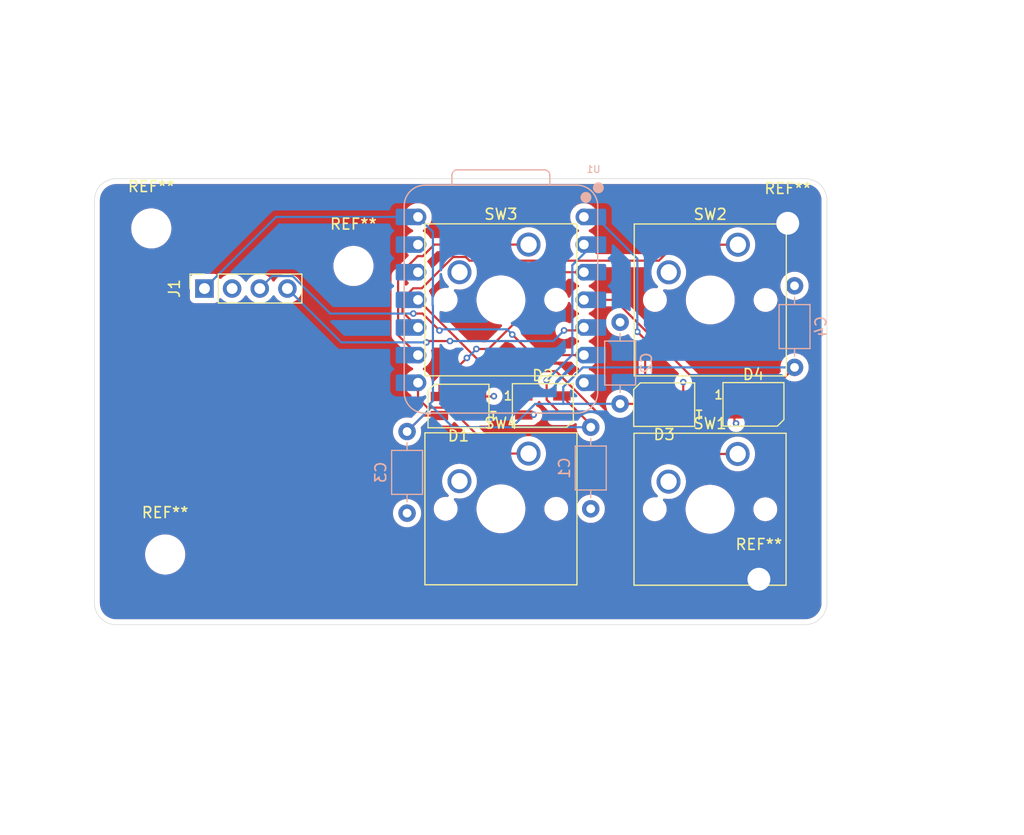
<source format=kicad_pcb>
(kicad_pcb (version 20241229) (generator "pcbnew") (generator_version "9.0")
  (layers (0 "F.Cu" signal) (4 "In1.Cu" signal) (6 "In2.Cu" signal) (2 "B.Cu" signal) (13 "F.Paste" user) (15 "B.Paste" user) (5 "F.SilkS" user "F.Silkscreen") (7 "B.SilkS" user "B.Silkscreen") (1 "F.Mask" user) (3 "B.Mask" user) (25 "Edge.Cuts" user))
  (net 0 "")
  (net 1 "GND")
  (net 2 "+5V")
  (net 3 "2")
  (net 5 "3")
  (net 7 "4")
  (net 9 "1")
  (net 11 "Net-(J1-Pin_4)")
  (net 12 "Net-(J1-Pin_3)")
  (net 13 "Net-(U1-GPIO3{slash}MOSI)")
  (net 14 "Net-(U1-GPIO4{slash}MISO)")
  (net 15 "Net-(U1-GPIO2{slash}SCK)")
  (net 16 "Net-(U1-GPIO1{slash}RX)")
  (footprint "MountingHole:MountingHole_3.2mm_M3_ISO7380" (layer "F.Cu") (at 48.375 21.375)
    (property "Reference" "REF**" (at 0 -3.85 0) (layer "F.SilkS"))
    (property "Value" "MountingHole_3.2mm_M3_ISO7380")
    (pad "" np_thru_hole circle (at 0 0) (size 3.2 3.2) (drill 3.2) (layers "*.Cu" "*.Mask"))
  )
  (footprint "Button_Switch_Keyboard:SW_Cherry_MX_1.00u_PCB" (layer "F.Cu") (at 102.25 42.11)
    (property "Reference" "SW1" (at -2.54 -2.794 0) (layer "F.SilkS"))
    (property "Value" "SW_Push")
    (fp_line (start -9.525 -1.905) (end 4.445 -1.905) (stroke (width 0.12)) (layer "F.SilkS"))
    (fp_line (start -9.525 12.065) (end -9.525 -1.905) (stroke (width 0.12)) (layer "F.SilkS"))
    (fp_line (start 4.445 -1.905) (end 4.445 12.065) (stroke (width 0.12)) (layer "F.SilkS"))
    (fp_line (start 4.445 12.065) (end -9.525 12.065) (stroke (width 0.12)) (layer "F.SilkS"))
    (pad "" np_thru_hole circle (at -7.62 5.08) (size 1.7 1.7) (drill 1.7) (layers "*.Cu" "*.Mask"))
    (pad "" np_thru_hole circle (at -2.54 5.08) (size 4 4) (drill 4) (layers "*.Cu" "*.Mask"))
    (pad "" np_thru_hole circle (at 2.54 5.08) (size 1.7 1.7) (drill 1.7) (layers "*.Cu" "*.Mask"))
    (pad "1" thru_hole circle (at 0 0) (size 2.2 2.2) (drill 1.5) (layers "*.Cu" "*.Mask") (net 13 "Net-(U1-GPIO3{slash}MOSI)"))
    (pad "2" thru_hole circle (at -6.35 2.54) (size 2.2 2.2) (drill 1.5) (layers "*.Cu" "*.Mask") (net 1 "GND"))
  )
  (footprint "Button_Switch_Keyboard:SW_Cherry_MX_1.00u_PCB" (layer "F.Cu") (at 83.04 22.86)
    (property "Reference" "SW3" (at -2.54 -2.794 0) (layer "F.SilkS"))
    (property "Value" "SW_Push")
    (fp_line (start -9.525 -1.905) (end 4.445 -1.905) (stroke (width 0.12)) (layer "F.SilkS"))
    (fp_line (start -9.525 12.065) (end -9.525 -1.905) (stroke (width 0.12)) (layer "F.SilkS"))
    (fp_line (start 4.445 -1.905) (end 4.445 12.065) (stroke (width 0.12)) (layer "F.SilkS"))
    (fp_line (start 4.445 12.065) (end -9.525 12.065) (stroke (width 0.12)) (layer "F.SilkS"))
    (pad "" np_thru_hole circle (at -7.62 5.08) (size 1.7 1.7) (drill 1.7) (layers "*.Cu" "*.Mask"))
    (pad "" np_thru_hole circle (at -2.54 5.08) (size 4 4) (drill 4) (layers "*.Cu" "*.Mask"))
    (pad "" np_thru_hole circle (at 2.54 5.08) (size 1.7 1.7) (drill 1.7) (layers "*.Cu" "*.Mask"))
    (pad "1" thru_hole circle (at 0 0) (size 2.2 2.2) (drill 1.5) (layers "*.Cu" "*.Mask") (net 15 "Net-(U1-GPIO2{slash}SCK)"))
    (pad "2" thru_hole circle (at -6.35 2.54) (size 2.2 2.2) (drill 1.5) (layers "*.Cu" "*.Mask") (net 1 "GND"))
  )
  (footprint "LED_SMD:LED_SK6812MINI_PLCC4_3.5x3.5mm_P1.75mm" (layer "F.Cu") (at 84.35 37.65)
    (property "Reference" "D2" (at 0 -2.75 0) (layer "F.SilkS"))
    (property "Value" "SK6812MINI")
    (fp_line (start -2.8 -2) (end -2.8 2) (stroke (width 0.12)) (layer "F.SilkS"))
    (fp_line (start -2.8 -2) (end 2.8 -2) (stroke (width 0.12)) (layer "F.SilkS"))
    (fp_line (start -2.8 2) (end 2.2 2) (stroke (width 0.12)) (layer "F.SilkS"))
    (fp_line (start 2.8 1.4) (end 2.2 2) (stroke (width 0.12)) (layer "F.SilkS"))
    (fp_line (start 2.8 1.4) (end 2.8 -2) (stroke (width 0.12)) (layer "F.SilkS"))
    (fp_text user "1" (at -3.2 -0.875 0) (layer "F.SilkS") (effects (font (size 0.8 0.8))))
    (pad "1" smd rect (at -1.75 -0.875) (size 1.6 0.85) (layers "F.Cu" "F.Mask" "F.Paste"))
    (pad "2" smd rect (at -1.75 0.875) (size 1.6 0.85) (layers "F.Cu" "F.Mask" "F.Paste") (net 1 "GND"))
    (pad "3" smd rect (at 1.75 0.875) (size 1.6 0.85) (layers "F.Cu" "F.Mask" "F.Paste") (net 5 "3"))
    (pad "4" smd rect (at 1.75 -0.875) (size 1.6 0.85) (layers "F.Cu" "F.Mask" "F.Paste") (net 2 "+5V"))
  )
  (footprint "MountingHole:MountingHole_3.2mm_M3_ISO7380" (layer "F.Cu") (at 66.95 24.825)
    (property "Reference" "REF**" (at 0 -3.85 0) (layer "F.SilkS"))
    (property "Value" "MountingHole_3.2mm_M3_ISO7380")
    (pad "" np_thru_hole circle (at 0 0) (size 3.2 3.2) (drill 3.2) (layers "*.Cu" "*.Mask"))
  )
  (footprint "MountingHole:MountingHole_3.2mm_M3_ISO7380" (layer "F.Cu") (at 49.65 51.35)
    (property "Reference" "REF**" (at 0 -3.85 0) (layer "F.SilkS"))
    (property "Value" "MountingHole_3.2mm_M3_ISO7380")
    (pad "" np_thru_hole circle (at 0 0) (size 3.2 3.2) (drill 3.2) (layers "*.Cu" "*.Mask"))
  )
  (footprint "Button_Switch_Keyboard:SW_Cherry_MX_1.00u_PCB" (layer "F.Cu") (at 102.27 22.87)
    (property "Reference" "SW2" (at -2.54 -2.794 0) (layer "F.SilkS"))
    (property "Value" "SW_Push")
    (fp_line (start -9.525 -1.905) (end 4.445 -1.905) (stroke (width 0.12)) (layer "F.SilkS"))
    (fp_line (start -9.525 12.065) (end -9.525 -1.905) (stroke (width 0.12)) (layer "F.SilkS"))
    (fp_line (start 4.445 -1.905) (end 4.445 12.065) (stroke (width 0.12)) (layer "F.SilkS"))
    (fp_line (start 4.445 12.065) (end -9.525 12.065) (stroke (width 0.12)) (layer "F.SilkS"))
    (pad "" np_thru_hole circle (at -7.62 5.08) (size 1.7 1.7) (drill 1.7) (layers "*.Cu" "*.Mask"))
    (pad "" np_thru_hole circle (at -2.54 5.08) (size 4 4) (drill 4) (layers "*.Cu" "*.Mask"))
    (pad "" np_thru_hole circle (at 2.54 5.08) (size 1.7 1.7) (drill 1.7) (layers "*.Cu" "*.Mask"))
    (pad "1" thru_hole circle (at 0 0) (size 2.2 2.2) (drill 1.5) (layers "*.Cu" "*.Mask") (net 14 "Net-(U1-GPIO4{slash}MISO)"))
    (pad "2" thru_hole circle (at -6.35 2.54) (size 2.2 2.2) (drill 1.5) (layers "*.Cu" "*.Mask") (net 1 "GND"))
  )
  (footprint "MountingHole:MountingHole_2.1mm" (layer "F.Cu") (at 104.2 53.625)
    (property "Reference" "REF**" (at 0 -3.2 0) (layer "F.SilkS"))
    (property "Value" "MountingHole_2.1mm")
    (pad "" np_thru_hole circle (at 0 0) (size 2.1 2.1) (drill 2.1) (layers "*.Cu" "*.Mask"))
  )
  (footprint "Connector_PinSocket_2.54mm:PinSocket_1x04_P2.54mm_Vertical" (layer "F.Cu") (at 53.26 26.9 90)
    (property "Reference" "J1" (at 0 -2.77 90) (layer "F.SilkS"))
    (property "Value" "Conn_01x04")
    (fp_line (start 1.33 -1.33) (end 1.33 0) (stroke (width 0.12)) (layer "F.SilkS"))
    (fp_line (start 0 -1.33) (end 1.33 -1.33) (stroke (width 0.12)) (layer "F.SilkS"))
    (fp_line (start 1.33 1.27) (end 1.33 8.95) (stroke (width 0.12)) (layer "F.SilkS"))
    (fp_line (start -1.33 1.27) (end 1.33 1.27) (stroke (width 0.12)) (layer "F.SilkS"))
    (fp_line (start -1.33 1.27) (end -1.33 8.95) (stroke (width 0.12)) (layer "F.SilkS"))
    (fp_line (start -1.33 8.95) (end 1.33 8.95) (stroke (width 0.12)) (layer "F.SilkS"))
    (pad "1" thru_hole rect (at 0 0 90) (size 1.7 1.7) (drill 1) (layers "*.Cu" "*.Mask") (net 2 "+5V"))
    (pad "2" thru_hole oval (at 0 2.54 90) (size 1.7 1.7) (drill 1) (layers "*.Cu" "*.Mask") (net 1 "GND"))
    (pad "3" thru_hole oval (at 0 5.08 90) (size 1.7 1.7) (drill 1) (layers "*.Cu" "*.Mask") (net 12 "Net-(J1-Pin_3)"))
    (pad "4" thru_hole oval (at 0 7.62 90) (size 1.7 1.7) (drill 1) (layers "*.Cu" "*.Mask") (net 11 "Net-(J1-Pin_4)"))
  )
  (footprint "LED_SMD:LED_SK6812MINI_PLCC4_3.5x3.5mm_P1.75mm" (layer "F.Cu") (at 103.7 37.55)
    (property "Reference" "D4" (at 0 -2.75 0) (layer "F.SilkS"))
    (property "Value" "SK6812MINI")
    (fp_line (start -2.8 -2) (end -2.8 2) (stroke (width 0.12)) (layer "F.SilkS"))
    (fp_line (start -2.8 -2) (end 2.8 -2) (stroke (width 0.12)) (layer "F.SilkS"))
    (fp_line (start -2.8 2) (end 2.2 2) (stroke (width 0.12)) (layer "F.SilkS"))
    (fp_line (start 2.8 1.4) (end 2.2 2) (stroke (width 0.12)) (layer "F.SilkS"))
    (fp_line (start 2.8 1.4) (end 2.8 -2) (stroke (width 0.12)) (layer "F.SilkS"))
    (fp_text user "1" (at -3.2 -0.875 0) (layer "F.SilkS") (effects (font (size 0.8 0.8))))
    (pad "1" smd rect (at -1.75 -0.875) (size 1.6 0.85) (layers "F.Cu" "F.Mask" "F.Paste"))
    (pad "2" smd rect (at -1.75 0.875) (size 1.6 0.85) (layers "F.Cu" "F.Mask" "F.Paste") (net 1 "GND"))
    (pad "3" smd rect (at 1.75 0.875) (size 1.6 0.85) (layers "F.Cu" "F.Mask" "F.Paste") (net 9 "1"))
    (pad "4" smd rect (at 1.75 -0.875) (size 1.6 0.85) (layers "F.Cu" "F.Mask" "F.Paste") (net 2 "+5V"))
  )
  (footprint "LED_SMD:LED_SK6812MINI_PLCC4_3.5x3.5mm_P1.75mm" (layer "F.Cu") (at 76.6 37.7 180)
    (property "Reference" "D1" (at 0 -2.75 0) (layer "F.SilkS"))
    (property "Value" "SK6812MINI")
    (fp_line (start 2.8 1.4) (end 2.8 -2) (stroke (width 0.12)) (layer "F.SilkS"))
    (fp_line (start 2.8 1.4) (end 2.2 2) (stroke (width 0.12)) (layer "F.SilkS"))
    (fp_line (start -2.8 2) (end 2.2 2) (stroke (width 0.12)) (layer "F.SilkS"))
    (fp_line (start -2.8 -2) (end 2.8 -2) (stroke (width 0.12)) (layer "F.SilkS"))
    (fp_line (start -2.8 -2) (end -2.8 2) (stroke (width 0.12)) (layer "F.SilkS"))
    (fp_text user "1" (at -3.2 -0.875 180) (layer "F.SilkS") (effects (font (size 0.8 0.8))))
    (pad "1" smd rect (at -1.75 -0.875 180) (size 1.6 0.85) (layers "F.Cu" "F.Mask" "F.Paste"))
    (pad "2" smd rect (at -1.75 0.875 180) (size 1.6 0.85) (layers "F.Cu" "F.Mask" "F.Paste") (net 1 "GND"))
    (pad "3" smd rect (at 1.75 0.875 180) (size 1.6 0.85) (layers "F.Cu" "F.Mask" "F.Paste") (net 3 "2"))
    (pad "4" smd rect (at 1.75 -0.875 180) (size 1.6 0.85) (layers "F.Cu" "F.Mask" "F.Paste") (net 2 "+5V"))
  )
  (footprint "LED_SMD:LED_SK6812MINI_PLCC4_3.5x3.5mm_P1.75mm" (layer "F.Cu") (at 95.5 37.575 180)
    (property "Reference" "D3" (at 0 -2.75 0) (layer "F.SilkS"))
    (property "Value" "SK6812MINI")
    (fp_line (start 2.8 1.4) (end 2.8 -2) (stroke (width 0.12)) (layer "F.SilkS"))
    (fp_line (start 2.8 1.4) (end 2.2 2) (stroke (width 0.12)) (layer "F.SilkS"))
    (fp_line (start -2.8 2) (end 2.2 2) (stroke (width 0.12)) (layer "F.SilkS"))
    (fp_line (start -2.8 -2) (end 2.8 -2) (stroke (width 0.12)) (layer "F.SilkS"))
    (fp_line (start -2.8 -2) (end -2.8 2) (stroke (width 0.12)) (layer "F.SilkS"))
    (fp_text user "1" (at -3.2 -0.875 180) (layer "F.SilkS") (effects (font (size 0.8 0.8))))
    (pad "1" smd rect (at -1.75 -0.875 180) (size 1.6 0.85) (layers "F.Cu" "F.Mask" "F.Paste"))
    (pad "2" smd rect (at -1.75 0.875 180) (size 1.6 0.85) (layers "F.Cu" "F.Mask" "F.Paste") (net 1 "GND"))
    (pad "3" smd rect (at 1.75 0.875 180) (size 1.6 0.85) (layers "F.Cu" "F.Mask" "F.Paste") (net 7 "4"))
    (pad "4" smd rect (at 1.75 -0.875 180) (size 1.6 0.85) (layers "F.Cu" "F.Mask" "F.Paste") (net 2 "+5V"))
  )
  (footprint "MountingHole:MountingHole_2.1mm" (layer "F.Cu") (at 106.85 20.9)
    (property "Reference" "REF**" (at 0 -3.2 0) (layer "F.SilkS"))
    (property "Value" "MountingHole_2.1mm")
    (pad "" np_thru_hole circle (at 0 0) (size 2.1 2.1) (drill 2.1) (layers "*.Cu" "*.Mask"))
  )
  (footprint "Button_Switch_Keyboard:SW_Cherry_MX_1.00u_PCB" (layer "F.Cu") (at 83.04 42.07)
    (property "Reference" "SW4" (at -2.54 -2.794 0) (layer "F.SilkS"))
    (property "Value" "SW_Push")
    (fp_line (start -9.525 -1.905) (end 4.445 -1.905) (stroke (width 0.12)) (layer "F.SilkS"))
    (fp_line (start -9.525 12.065) (end -9.525 -1.905) (stroke (width 0.12)) (layer "F.SilkS"))
    (fp_line (start 4.445 -1.905) (end 4.445 12.065) (stroke (width 0.12)) (layer "F.SilkS"))
    (fp_line (start 4.445 12.065) (end -9.525 12.065) (stroke (width 0.12)) (layer "F.SilkS"))
    (pad "" np_thru_hole circle (at -7.62 5.08) (size 1.7 1.7) (drill 1.7) (layers "*.Cu" "*.Mask"))
    (pad "" np_thru_hole circle (at -2.54 5.08) (size 4 4) (drill 4) (layers "*.Cu" "*.Mask"))
    (pad "" np_thru_hole circle (at 2.54 5.08) (size 1.7 1.7) (drill 1.7) (layers "*.Cu" "*.Mask"))
    (pad "1" thru_hole circle (at 0 0) (size 2.2 2.2) (drill 1.5) (layers "*.Cu" "*.Mask") (net 16 "Net-(U1-GPIO1{slash}RX)"))
    (pad "2" thru_hole circle (at -6.35 2.54) (size 2.2 2.2) (drill 1.5) (layers "*.Cu" "*.Mask") (net 1 "GND"))
  )
  (footprint "Capacitor_THT:C_Axial_L3.8mm_D2.6mm_P7.50mm_Horizontal" (layer "B.Cu") (at 107.475 34.15 90)
    (property "Reference" "C4" (at 3.75 2.42 90) (layer "B.SilkS") (effects (justify mirror)))
    (property "Value" "0.1uF")
    (fp_line (start 5.77 -1.42) (end 5.77 1.42) (stroke (width 0.12)) (layer "B.SilkS"))
    (fp_line (start 1.73 -1.42) (end 5.77 -1.42) (stroke (width 0.12)) (layer "B.SilkS"))
    (fp_line (start 6.46 0) (end 5.77 0) (stroke (width 0.12)) (layer "B.SilkS"))
    (fp_line (start 1.04 0) (end 1.73 0) (stroke (width 0.12)) (layer "B.SilkS"))
    (fp_line (start 5.77 1.42) (end 1.73 1.42) (stroke (width 0.12)) (layer "B.SilkS"))
    (fp_line (start 1.73 1.42) (end 1.73 -1.42) (stroke (width 0.12)) (layer "B.SilkS"))
    (pad "1" thru_hole circle (at 0 0 90) (size 1.6 1.6) (drill 0.8) (layers "*.Cu" "*.Mask") (net 2 "+5V"))
    (pad "2" thru_hole oval (at 7.5 0 90) (size 1.6 1.6) (drill 0.8) (layers "*.Cu" "*.Mask") (net 1 "GND"))
  )
  (footprint "seeed:XIAO-RP2040-DIP" (layer "B.Cu") (at 80.5 27.94 180)
    (property "Reference" "U1" (at -8.5 12 0) (layer "B.SilkS") (effects (font (size 0.635 0.635) (thickness 0.1016)) (justify mirror)))
    (property "Value" "XIAO-RP2040-DIP")
    (fp_line (start 8.89 -8.509) (end 8.89 8.636) (stroke (width 0.127)) (layer "B.SilkS"))
    (fp_line (start 6.985 10.541) (end -6.985 10.541) (stroke (width 0.1)) (layer "B.SilkS"))
    (fp_line (start 6.985 10.541) (end -6.985 10.541) (stroke (width 0.127)) (layer "B.SilkS"))
    (fp_line (start 4.504 11.451) (end 4.504 10.541) (stroke (width 0.127)) (layer "B.SilkS"))
    (fp_line (start -3.991272 11.951) (end 4.004 11.951) (stroke (width 0.127)) (layer "B.SilkS"))
    (fp_line (start -4.495 10.541) (end -4.491272 11.451272) (stroke (width 0.127)) (layer "B.SilkS"))
    (fp_line (start -6.985 -10.414) (end 6.985 -10.414) (stroke (width 0.127)) (layer "B.SilkS"))
    (fp_line (start -8.89 -8.509) (end -8.89 8.636) (stroke (width 0.127)) (layer "B.SilkS"))
    (fp_arc (start 8.89 8.636) (mid 8.332038 9.983038) (end 6.985 10.541) (stroke (width 0.127)) (layer "B.SilkS"))
    (fp_arc (start 6.985 -10.414) (mid 8.332038 -9.856038) (end 8.89 -8.509) (stroke (width 0.127)) (layer "B.SilkS"))
    (fp_arc (start 4.504 11.451) (mid 4.357553 11.804553) (end 4.004 11.951) (stroke (width 0.127)) (layer "B.SilkS"))
    (fp_arc (start -3.991272 11.951) (mid -4.344724 11.804644) (end -4.491272 11.451272) (stroke (width 0.127)) (layer "B.SilkS"))
    (fp_arc (start -6.985 10.541) (mid -8.332038 9.983038) (end -8.89 8.636) (stroke (width 0.127)) (layer "B.SilkS"))
    (fp_arc (start -8.89 -8.509) (mid -8.332038 -9.856038) (end -6.985 -10.414) (stroke (width 0.127)) (layer "B.SilkS"))
    (fp_circle (center -7.807 9.42) (end -7.807 9.674) (stroke (width 0.5)) (fill yes) (layer "B.SilkS"))
    (fp_circle (center -8.95 10.3) (end -8.95 10.554) (stroke (width 0.5)) (fill yes) (layer "B.SilkS"))
    (pad "1" smd roundrect (at -8.455 7.62) (size 2.432 1.524) (layers "B.Cu" "B.Mask") (roundrect_rratio 0.1) (net 7 "4"))
    (pad "1" thru_hole circle (at -7.62 7.62) (size 1.524 1.524) (drill 0.889) (layers "*.Cu" "*.Mask") (net 7 "4"))
    (pad "2" smd roundrect (at -8.455 5.08) (size 2.432 1.524) (layers "B.Cu" "B.Mask") (roundrect_rratio 0.1) (net 5 "3"))
    (pad "2" thru_hole circle (at -7.62 5.08) (size 1.524 1.524) (drill 0.889) (layers "*.Cu" "*.Mask") (net 5 "3"))
    (pad "3" smd roundrect (at -8.455 2.54) (size 2.432 1.524) (layers "B.Cu" "B.Mask") (roundrect_rratio 0.1) (net 3 "2"))
    (pad "3" thru_hole circle (at -7.62 2.54) (size 1.524 1.524) (drill 0.889) (layers "*.Cu" "*.Mask") (net 3 "2"))
    (pad "4" smd roundrect (at -8.455 0) (size 2.432 1.524) (layers "B.Cu" "B.Mask") (roundrect_rratio 0.1) (net 9 "1"))
    (pad "4" thru_hole circle (at -7.62 0) (size 1.524 1.524) (drill 0.889) (layers "*.Cu" "*.Mask") (net 9 "1"))
    (pad "5" smd roundrect (at -8.455 -2.54) (size 2.432 1.524) (layers "B.Cu" "B.Mask") (roundrect_rratio 0.1) (net 11 "Net-(J1-Pin_4)"))
    (pad "5" thru_hole circle (at -7.62 -2.54) (size 1.524 1.524) (drill 0.889) (layers "*.Cu" "*.Mask") (net 11 "Net-(J1-Pin_4)"))
    (pad "6" smd roundrect (at -8.455 -5.08) (size 2.432 1.524) (layers "B.Cu" "B.Mask") (roundrect_rratio 0.1) (net 12 "Net-(J1-Pin_3)"))
    (pad "6" thru_hole circle (at -7.62 -5.08) (size 1.524 1.524) (drill 0.889) (layers "*.Cu" "*.Mask") (net 12 "Net-(J1-Pin_3)"))
    (pad "7" smd roundrect (at -8.455 -7.62) (size 2.432 1.524) (layers "B.Cu" "B.Mask") (roundrect_rratio 0.1))
    (pad "7" thru_hole circle (at -7.62 -7.62) (size 1.524 1.524) (drill 0.889) (layers "*.Cu" "*.Mask"))
    (pad "8" thru_hole circle (at 7.62 -7.62 180) (size 1.524 1.524) (drill 0.889) (layers "*.Cu" "*.Mask") (net 16 "Net-(U1-GPIO1{slash}RX)"))
    (pad "8" smd roundrect (at 8.455 -7.62 180) (size 2.432 1.524) (layers "B.Cu" "B.Mask") (roundrect_rratio 0.1) (net 16 "Net-(U1-GPIO1{slash}RX)"))
    (pad "9" thru_hole circle (at 7.62 -5.08 180) (size 1.524 1.524) (drill 0.889) (layers "*.Cu" "*.Mask") (net 15 "Net-(U1-GPIO2{slash}SCK)"))
    (pad "9" smd roundrect (at 8.455 -5.08 180) (size 2.432 1.524) (layers "B.Cu" "B.Mask") (roundrect_rratio 0.1) (net 15 "Net-(U1-GPIO2{slash}SCK)"))
    (pad "10" thru_hole circle (at 7.62 -2.54 180) (size 1.524 1.524) (drill 0.889) (layers "*.Cu" "*.Mask") (net 14 "Net-(U1-GPIO4{slash}MISO)"))
    (pad "10" smd roundrect (at 8.455 -2.54 180) (size 2.432 1.524) (layers "B.Cu" "B.Mask") (roundrect_rratio 0.1) (net 14 "Net-(U1-GPIO4{slash}MISO)"))
    (pad "11" thru_hole circle (at 7.62 0 180) (size 1.524 1.524) (drill 0.889) (layers "*.Cu" "*.Mask") (net 13 "Net-(U1-GPIO3{slash}MOSI)"))
    (pad "11" smd roundrect (at 8.455 0 180) (size 2.432 1.524) (layers "B.Cu" "B.Mask") (roundrect_rratio 0.1) (net 13 "Net-(U1-GPIO3{slash}MOSI)"))
    (pad "12" thru_hole circle (at 7.62 2.54 180) (size 1.524 1.524) (drill 0.889) (layers "*.Cu" "*.Mask"))
    (pad "12" smd roundrect (at 8.455 2.54 180) (size 2.432 1.524) (layers "B.Cu" "B.Mask") (roundrect_rratio 0.1))
    (pad "13" thru_hole circle (at 7.62 5.08 180) (size 1.524 1.524) (drill 0.889) (layers "*.Cu" "*.Mask") (net 1 "GND"))
    (pad "13" smd roundrect (at 8.455 5.08 180) (size 2.432 1.524) (layers "B.Cu" "B.Mask") (roundrect_rratio 0.1) (net 1 "GND"))
    (pad "14" thru_hole circle (at 7.62 7.62 180) (size 1.524 1.524) (drill 0.889) (layers "*.Cu" "*.Mask") (net 2 "+5V"))
    (pad "14" smd roundrect (at 8.455 7.62 180) (size 2.432 1.524) (layers "B.Cu" "B.Mask") (roundrect_rratio 0.1) (net 2 "+5V"))
  )
  (footprint "Capacitor_THT:C_Axial_L3.8mm_D2.6mm_P7.50mm_Horizontal" (layer "B.Cu") (at 71.875 40.05 -90)
    (property "Reference" "C3" (at 3.75 2.42 90) (layer "B.SilkS") (effects (justify mirror)))
    (property "Value" "0.1uF")
    (fp_line (start 1.73 1.42) (end 1.73 -1.42) (stroke (width 0.12)) (layer "B.SilkS"))
    (fp_line (start 5.77 1.42) (end 1.73 1.42) (stroke (width 0.12)) (layer "B.SilkS"))
    (fp_line (start 1.04 0) (end 1.73 0) (stroke (width 0.12)) (layer "B.SilkS"))
    (fp_line (start 6.46 0) (end 5.77 0) (stroke (width 0.12)) (layer "B.SilkS"))
    (fp_line (start 1.73 -1.42) (end 5.77 -1.42) (stroke (width 0.12)) (layer "B.SilkS"))
    (fp_line (start 5.77 -1.42) (end 5.77 1.42) (stroke (width 0.12)) (layer "B.SilkS"))
    (pad "1" thru_hole circle (at 0 0 270) (size 1.6 1.6) (drill 0.8) (layers "*.Cu" "*.Mask") (net 2 "+5V"))
    (pad "2" thru_hole oval (at 7.5 0 270) (size 1.6 1.6) (drill 0.8) (layers "*.Cu" "*.Mask") (net 1 "GND"))
  )
  (footprint "Capacitor_THT:C_Axial_L3.8mm_D2.6mm_P7.50mm_Horizontal" (layer "B.Cu") (at 88.75 39.65 -90)
    (property "Reference" "C1" (at 3.75 2.42 90) (layer "B.SilkS") (effects (justify mirror)))
    (property "Value" "0.1uF")
    (fp_line (start 1.73 1.42) (end 1.73 -1.42) (stroke (width 0.12)) (layer "B.SilkS"))
    (fp_line (start 5.77 1.42) (end 1.73 1.42) (stroke (width 0.12)) (layer "B.SilkS"))
    (fp_line (start 1.04 0) (end 1.73 0) (stroke (width 0.12)) (layer "B.SilkS"))
    (fp_line (start 6.46 0) (end 5.77 0) (stroke (width 0.12)) (layer "B.SilkS"))
    (fp_line (start 1.73 -1.42) (end 5.77 -1.42) (stroke (width 0.12)) (layer "B.SilkS"))
    (fp_line (start 5.77 -1.42) (end 5.77 1.42) (stroke (width 0.12)) (layer "B.SilkS"))
    (pad "1" thru_hole circle (at 0 0 270) (size 1.6 1.6) (drill 0.8) (layers "*.Cu" "*.Mask") (net 2 "+5V"))
    (pad "2" thru_hole oval (at 7.5 0 270) (size 1.6 1.6) (drill 0.8) (layers "*.Cu" "*.Mask") (net 1 "GND"))
  )
  (footprint "Capacitor_THT:C_Axial_L3.8mm_D2.6mm_P7.50mm_Horizontal" (layer "B.Cu") (at 91.45 37.5 90)
    (property "Reference" "C2" (at 3.75 2.42 90) (layer "B.SilkS") (effects (justify mirror)))
    (property "Value" "0.1uF")
    (fp_line (start 5.77 -1.42) (end 5.77 1.42) (stroke (width 0.12)) (layer "B.SilkS"))
    (fp_line (start 1.73 -1.42) (end 5.77 -1.42) (stroke (width 0.12)) (layer "B.SilkS"))
    (fp_line (start 6.46 0) (end 5.77 0) (stroke (width 0.12)) (layer "B.SilkS"))
    (fp_line (start 1.04 0) (end 1.73 0) (stroke (width 0.12)) (layer "B.SilkS"))
    (fp_line (start 5.77 1.42) (end 1.73 1.42) (stroke (width 0.12)) (layer "B.SilkS"))
    (fp_line (start 1.73 1.42) (end 1.73 -1.42) (stroke (width 0.12)) (layer "B.SilkS"))
    (pad "1" thru_hole circle (at 0 0 90) (size 1.6 1.6) (drill 0.8) (layers "*.Cu" "*.Mask") (net 2 "+5V"))
    (pad "2" thru_hole oval (at 7.5 0 90) (size 1.6 1.6) (drill 0.8) (layers "*.Cu" "*.Mask") (net 1 "GND"))
  )
  (gr_arc (start 43.15 18.8) (mid 43.735786 17.385786) (end 45.15 16.8) (stroke (width 0.05)) (layer "Edge.Cuts"))
  (gr_arc (start 108.45 16.8) (mid 109.864214 17.385786) (end 110.45 18.8) (stroke (width 0.05)) (layer "Edge.Cuts"))
  (gr_line (start 110.45 55.8) (end 110.45 18.8) (stroke (width 0.05)) (layer "Edge.Cuts"))
  (gr_line (start 108.45 16.8) (end 45.15 16.8) (stroke (width 0.05)) (layer "Edge.Cuts"))
  (gr_line (start 45.15 57.8) (end 108.45 57.8) (stroke (width 0.05)) (layer "Edge.Cuts"))
  (gr_arc (start 45.15 57.8) (mid 43.735786 57.214214) (end 43.15 55.8) (stroke (width 0.05)) (layer "Edge.Cuts"))
  (gr_arc (start 110.45 55.8) (mid 109.864214 57.214214) (end 108.45 57.8) (stroke (width 0.05)) (layer "Edge.Cuts"))
  (gr_line (start 43.15 18.8) (end 43.15 55.8) (stroke (width 0.05)) (layer "Edge.Cuts"))
  (segment (start 97.25 36.7) (end 97.25 35.5) (width 0.2) (layer "F.Cu") (net 1))
  (segment (start 101.95 39.15) (end 102.1 39.3) (width 0.2) (layer "F.Cu") (net 1))
  (segment (start 82.6 38.525) (end 83.47353 38.525) (width 0.2) (layer "F.Cu") (net 1))
  (segment (start 78.35 36.825) (end 79.825 36.825) (width 0.2) (layer "F.Cu") (net 1))
  (segment (start 79.825 36.825) (end 79.85 36.8) (width 0.2) (layer "F.Cu") (net 1))
  (segment (start 101.95 38.425) (end 101.95 39.15) (width 0.2) (layer "F.Cu") (net 1))
  (segment (start 83.47353 38.525) (end 83.499265 38.499265) (width 0.2) (layer "F.Cu") (net 1))
  (via (at 83.499265 38.499265) (size 0.6) (drill 0.3) (layers "F.Cu" "B.Cu") (net 1))
  (via (at 79.85 36.8) (size 0.6) (drill 0.3) (layers "F.Cu" "B.Cu") (net 1))
  (via (at 102.1 39.3) (size 0.6) (drill 0.3) (layers "F.Cu" "B.Cu") (net 1))
  (via (at 97.25 35.5) (size 0.6) (drill 0.3) (layers "F.Cu" "B.Cu") (net 1))
  (segment (start 105.45 36.175) (end 105.45 36.675) (width 0.2) (layer "F.Cu") (net 2))
  (segment (start 73.35 38.575) (end 71.875 40.05) (width 0.2) (layer "F.Cu") (net 2))
  (segment (start 88.75 39.65) (end 88.75 39.425) (width 0.2) (layer "F.Cu") (net 2))
  (segment (start 92.8 37.5) (end 93.75 38.45) (width 0.2) (layer "F.Cu") (net 2))
  (segment (start 91.45 37.5) (end 92.8 37.5) (width 0.2) (layer "F.Cu") (net 2))
  (segment (start 88.75 39.425) (end 86.1 36.775) (width 0.2) (layer "F.Cu") (net 2))
  (segment (start 107.475 34.15) (end 105.45 36.175) (width 0.2) (layer "F.Cu") (net 2))
  (segment (start 74.85 38.575) (end 73.35 38.575) (width 0.2) (layer "F.Cu") (net 2))
  (segment (start 107.475 34.15) (end 88.02669 34.15) (width 0.2) (layer "B.Cu") (net 2))
  (segment (start 74.219 28.43747) (end 74.219 27.44253) (width 0.2) (layer "B.Cu") (net 2))
  (segment (start 74.25 21.69) (end 72.88 20.32) (width 0.2) (layer "B.Cu") (net 2))
  (segment (start 74.25 28.46847) (end 74.219 28.43747) (width 0.2) (layer "B.Cu") (net 2))
  (segment (start 73.943 37.525) (end 74.25 37.218) (width 0.2) (layer "B.Cu") (net 2))
  (segment (start 53.26 26.9) (end 59.84 20.32) (width 0.2) (layer "B.Cu") (net 2))
  (segment (start 74.25 37.218) (end 74.25 28.46847) (width 0.2) (layer "B.Cu") (net 2))
  (segment (start 74.219 27.44253) (end 74.25 27.41153) (width 0.2) (layer "B.Cu") (net 2))
  (segment (start 91.45 37.5) (end 86.225 37.5) (width 0.2) (layer "B.Cu") (net 2))
  (segment (start 74.25 27.41153) (end 74.25 21.69) (width 0.2) (layer "B.Cu") (net 2))
  (segment (start 59.84 20.32) (end 72.88 20.32) (width 0.2) (layer "B.Cu") (net 2))
  (segment (start 71.875 40.05) (end 73.943 37.982) (width 0.2) (layer "B.Cu") (net 2))
  (segment (start 83.65 37.5) (end 81.5 39.65) (width 0.2) (layer "B.Cu") (net 2))
  (segment (start 76.068 39.65) (end 73.943 37.525) (width 0.2) (layer "B.Cu") (net 2))
  (segment (start 88.02669 34.15) (end 86.225 35.95169) (width 0.2) (layer "B.Cu") (net 2))
  (segment (start 88.75 39.65) (end 81.5 39.65) (width 0.2) (layer "B.Cu") (net 2))
  (segment (start 73.943 37.982) (end 73.943 37.525) (width 0.2) (layer "B.Cu") (net 2))
  (segment (start 86.225 35.95169) (end 86.225 37.5) (width 0.2) (layer "B.Cu") (net 2))
  (segment (start 81.5 39.65) (end 76.068 39.65) (width 0.2) (layer "B.Cu") (net 2))
  (segment (start 86.225 37.5) (end 83.65 37.5) (width 0.2) (layer "B.Cu") (net 2))
  (segment (start 78.244265 32.455735) (end 79.365795 32.455735) (width 0.2) (layer "F.Cu") (net 3))
  (segment (start 86.42153 25.4) (end 88.12 25.4) (width 0.2) (layer "F.Cu") (net 3))
  (segment (start 74.85 35.8) (end 77.370735 33.279265) (width 0.2) (layer "F.Cu") (net 3))
  (segment (start 74.85 36.825) (end 74.85 35.8) (width 0.2) (layer "F.Cu") (net 3))
  (segment (start 79.365795 32.455735) (end 86.42153 25.4) (width 0.2) (layer "F.Cu") (net 3))
  (via (at 78.244265 32.455735) (size 0.6) (drill 0.3) (layers "F.Cu" "B.Cu") (net 3))
  (via (at 77.370735 33.279265) (size 0.6) (drill 0.3) (layers "F.Cu" "B.Cu") (net 3))
  (segment (start 77.420735 33.279265) (end 78.244265 32.455735) (width 0.2) (layer "B.Cu") (net 3))
  (segment (start 77.370735 33.279265) (end 77.420735 33.279265) (width 0.2) (layer "B.Cu") (net 3))
  (segment (start 86.1 38.525) (end 84.7 37.125) (width 0.2) (layer "F.Cu") (net 5))
  (segment (start 84.7 37.125) (end 84.7 35.35) (width 0.2) (layer "F.Cu") (net 5))
  (via (at 84.7 35.35) (size 0.6) (drill 0.3) (layers "F.Cu" "B.Cu") (net 5))
  (segment (start 87.057 32.993) (end 87.057 24.758) (width 0.2) (layer "B.Cu") (net 5))
  (segment (start 84.7 35.35) (end 87.057 32.993) (width 0.2) (layer "B.Cu") (net 5))
  (segment (start 87.057 24.758) (end 88.955 22.86) (width 0.2) (layer "B.Cu") (net 5))
  (segment (start 93.75 36.7) (end 93.75 31.59148) (width 0.2) (layer "F.Cu") (net 7))
  (segment (start 93.75 31.59148) (end 93.02926 30.87074) (width 0.2) (layer "F.Cu") (net 7))
  (via (at 93.02926 30.87074) (size 0.6) (drill 0.3) (layers "F.Cu" "B.Cu") (net 7))
  (segment (start 89.19763 20.32) (end 88.12 20.32) (width 0.2) (layer "B.Cu") (net 7))
  (segment (start 93.02926 30.87074) (end 93.02926 24.15163) (width 0.2) (layer "B.Cu") (net 7))
  (segment (start 93.02926 24.15163) (end 89.19763 20.32) (width 0.2) (layer "B.Cu") (net 7))
  (segment (start 98.95605 35.949) (end 90.94705 27.94) (width 0.2) (layer "F.Cu") (net 9))
  (segment (start 90.94705 27.94) (end 88.12 27.94) (width 0.2) (layer "F.Cu") (net 9))
  (segment (start 102.974 35.949) (end 98.95605 35.949) (width 0.2) (layer "F.Cu") (net 9))
  (segment (start 105.45 38.425) (end 102.974 35.949) (width 0.2) (layer "F.Cu") (net 9))
  (segment (start 73.65 31.85) (end 73.770735 31.729265) (width 0.2) (layer "F.Cu") (net 11))
  (segment (start 73.770735 31.729265) (end 75.820735 31.729265) (width 0.2) (layer "F.Cu") (net 11))
  (segment (start 86.3 30.75) (end 87.85 30.75) (width 0.2) (layer "F.Cu") (net 11))
  (segment (start 87.85 30.75) (end 88.12 30.48) (width 0.2) (layer "F.Cu") (net 11))
  (via (at 75.820735 31.729265) (size 0.6) (drill 0.3) (layers "F.Cu" "B.Cu") (net 11))
  (via (at 86.3 30.75) (size 0.6) (drill 0.3) (layers "F.Cu" "B.Cu") (net 11))
  (via (at 73.65 31.85) (size 0.6) (drill 0.3) (layers "F.Cu" "B.Cu") (net 11))
  (segment (start 60.88 26.9) (end 65.83 31.85) (width 0.2) (layer "B.Cu") (net 11))
  (segment (start 65.83 31.85) (end 73.65 31.85) (width 0.2) (layer "B.Cu") (net 11))
  (segment (start 85.320735 31.729265) (end 86.3 30.75) (width 0.2) (layer "B.Cu") (net 11))
  (segment (start 75.820735 31.729265) (end 85.320735 31.729265) (width 0.2) (layer "B.Cu") (net 11))
  (segment (start 88.12 33.02) (end 83.431527 33.02) (width 0.2) (layer "F.Cu") (net 12))
  (segment (start 73.293473 29.202) (end 72.450528 29.202) (width 0.2) (layer "F.Cu") (net 12))
  (segment (start 83.431527 33.02) (end 81.540792 31.129265) (width 0.2) (layer "F.Cu") (net 12))
  (segment (start 74.85 30.758527) (end 73.293473 29.202) (width 0.2) (layer "F.Cu") (net 12))
  (via (at 81.540792 31.129265) (size 0.6) (drill 0.3) (layers "F.Cu" "B.Cu") (net 12))
  (via (at 72.450528 29.202) (size 0.6) (drill 0.3) (layers "F.Cu" "B.Cu") (net 12))
  (via (at 74.85 30.758527) (size 0.6) (drill 0.3) (layers "F.Cu" "B.Cu") (net 12))
  (segment (start 59.491 25.749) (end 58.34 26.9) (width 0.2) (layer "B.Cu") (net 12))
  (segment (start 81.061527 30.65) (end 74.958527 30.65) (width 0.2) (layer "B.Cu") (net 12))
  (segment (start 64.80976 29.202) (end 61.35676 25.749) (width 0.2) (layer "B.Cu") (net 12))
  (segment (start 81.540792 31.129265) (end 81.061527 30.65) (width 0.2) (layer "B.Cu") (net 12))
  (segment (start 61.35676 25.749) (end 59.491 25.749) (width 0.2) (layer "B.Cu") (net 12))
  (segment (start 74.958527 30.65) (end 74.85 30.758527) (width 0.2) (layer "B.Cu") (net 12))
  (segment (start 72.450528 29.202) (end 64.80976 29.202) (width 0.2) (layer "B.Cu") (net 12))
  (segment (start 93.16669 42.11) (end 102.25 42.11) (width 0.2) (layer "F.Cu") (net 13))
  (segment (start 79.437 34.497) (end 85.55369 34.497) (width 0.2) (layer "F.Cu") (net 13))
  (segment (start 72.88 27.94) (end 79.437 34.497) (width 0.2) (layer "F.Cu") (net 13))
  (segment (start 85.55369 34.497) (end 93.16669 42.11) (width 0.2) (layer "F.Cu") (net 13))
  (segment (start 71.45 27.86669) (end 71.45 29.05) (width 0.2) (layer "F.Cu") (net 14))
  (segment (start 72.43969 26.877) (end 71.45 27.86669) (width 0.2) (layer "F.Cu") (net 14))
  (segment (start 76.109686 23.999) (end 73.231686 26.877) (width 0.2) (layer "F.Cu") (net 14))
  (segment (start 95.011686 24.337) (end 77.608314 24.337) (width 0.2) (layer "F.Cu") (net 14))
  (segment (start 77.608314 24.337) (end 77.270314 23.999) (width 0.2) (layer "F.Cu") (net 14))
  (segment (start 96.478686 22.87) (end 95.011686 24.337) (width 0.2) (layer "F.Cu") (net 14))
  (segment (start 77.270314 23.999) (end 76.109686 23.999) (width 0.2) (layer "F.Cu") (net 14))
  (segment (start 73.231686 26.877) (end 72.43969 26.877) (width 0.2) (layer "F.Cu") (net 14))
  (segment (start 102.27 22.87) (end 96.478686 22.87) (width 0.2) (layer "F.Cu") (net 14))
  (segment (start 71.45 29.05) (end 72.88 30.48) (width 0.2) (layer "F.Cu") (net 14))
  (segment (start 72.88 33.02) (end 71.049 31.189) (width 0.2) (layer "F.Cu") (net 15))
  (segment (start 71.049 25.72769) (end 72.85369 23.923) (width 0.2) (layer "F.Cu") (net 15))
  (segment (start 71.049 31.189) (end 71.049 25.72769) (width 0.2) (layer "F.Cu") (net 15))
  (segment (start 73.32031 23.923) (end 74.38331 22.86) (width 0.2) (layer "F.Cu") (net 15))
  (segment (start 74.38331 22.86) (end 83.04 22.86) (width 0.2) (layer "F.Cu") (net 15))
  (segment (start 72.85369 23.923) (end 73.32031 23.923) (width 0.2) (layer "F.Cu") (net 15))
  (segment (start 72.88 36.98) (end 73.749 37.849) (width 0.2) (layer "F.Cu") (net 16))
  (segment (start 72.88 35.56) (end 72.88 36.98) (width 0.2) (layer "F.Cu") (net 16))
  (segment (start 73.749 37.849) (end 75.797 37.849) (width 0.2) (layer "F.Cu") (net 16))
  (segment (start 80.018 42.07) (end 83.04 42.07) (width 0.2) (layer "F.Cu") (net 16))
  (segment (start 75.797 37.849) (end 80.018 42.07) (width 0.2) (layer "F.Cu") (net 16))
  (zone (net 0) (net_name "") (layers "F.Cu" "B.Cu") (connect_pads (clearance 0.5)) (min_thickness 0.25) (fill yes (thermal_gap 0.5) (thermal_bridge_width 0.5) (island_removal_mode 1) (island_area_min 10))
    (polygon (pts (xy 34.475 10.875) (xy 36.575 65.95) (xy 128.575 77.15) (xy 122.45 0.375)))
  )
)
</source>
